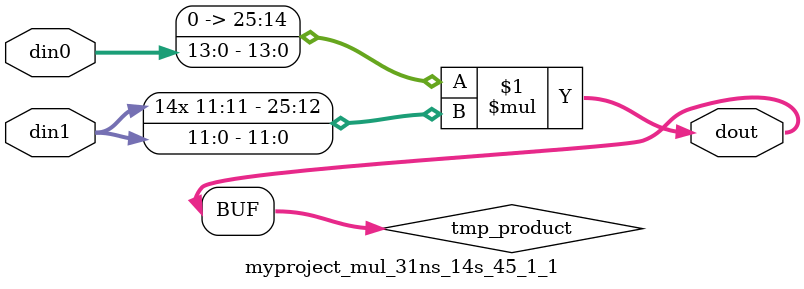
<source format=v>

`timescale 1 ns / 1 ps

  module myproject_mul_31ns_14s_45_1_1(din0, din1, dout);
parameter ID = 1;
parameter NUM_STAGE = 0;
parameter din0_WIDTH = 14;
parameter din1_WIDTH = 12;
parameter dout_WIDTH = 26;

input [din0_WIDTH - 1 : 0] din0; 
input [din1_WIDTH - 1 : 0] din1; 
output [dout_WIDTH - 1 : 0] dout;

wire signed [dout_WIDTH - 1 : 0] tmp_product;











assign tmp_product = $signed({1'b0, din0}) * $signed(din1);










assign dout = tmp_product;







endmodule

</source>
